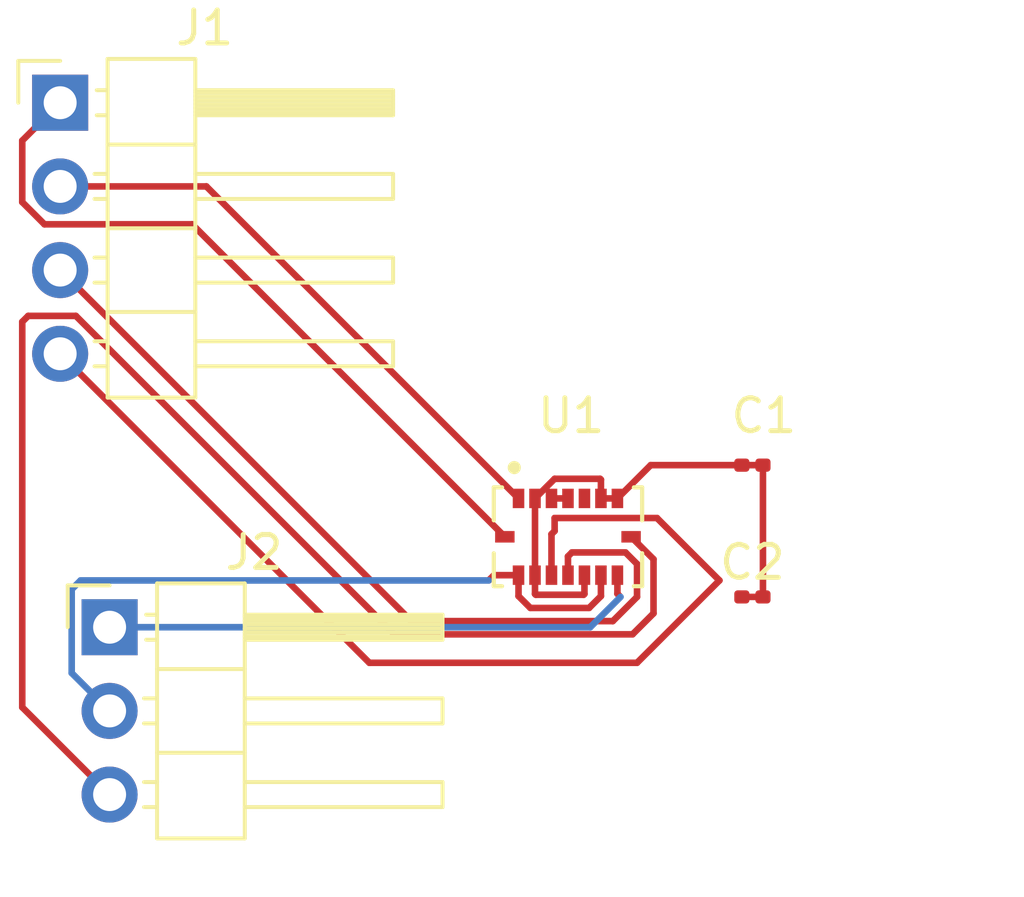
<source format=kicad_pcb>
(kicad_pcb (version 20240225) (generator "pcbnew") (generator_version "8.99")
  (layers (0 "F.Cu" signal) (31 "B.Cu" signal) (34 "B.Paste" user) (35 "F.Paste" user) (36 "B.SilkS" user "B.Silkscreen") (37 "F.SilkS" user "F.Silkscreen") (38 "B.Mask" user) (39 "F.Mask" user) (44 "Edge.Cuts" user))
  (net 0 "")
  (net 1 "3.3 V")
  (net 3 "Net-(J1-Pin_2)")
  (net 4 "Net-(J1-Pin_4)")
  (net 5 "Net-(J1-Pin_3)")
  (net 6 "Net-(J1-Pin_1)")
  (net 7 "Net-(J2-Pin_2)")
  (net 8 "Net-(J2-Pin_1)")
  (net 9 "Net-(J2-Pin_3)")
  (footprint "Capacitor_SMD:C_0201_0603Metric" (layer "F.Cu") (at 127.5 78.5)
    (property "Reference" "C1" (at 0.345 -1.5 0) (layer "F.SilkS"))
    (property "Value" "100 nF")
    (pad "1" smd roundrect (at -0.32 0) (size 0.46 0.4) (layers "F.Cu" "F.Mask") (net 1 "3.3 V"))
    (pad "2" smd roundrect (at 0.32 0) (size 0.46 0.4) (layers "F.Cu" "F.Mask") (net 1 "3.3 V"))
  )
  (footprint "BMI088 (1) 2:PQFN50P450X300X100-16N" (layer "F.Cu") (at 121.905 80.675)
    (property "Reference" "U1" (at 0.095 -3.675 0) (layer "F.SilkS"))
    (property "Value" "BMI088")
    (fp_line (start -2.25 -1.5) (end -2 -1.5) (stroke (width 0.127)) (layer "F.SilkS"))
    (fp_line (start -2.25 -0.5) (end -2.25 -1.5) (stroke (width 0.127)) (layer "F.SilkS"))
    (fp_line (start -2.25 1.5) (end -2.25 0.5) (stroke (width 0.127)) (layer "F.SilkS"))
    (fp_line (start -2 1.5) (end -2.25 1.5) (stroke (width 0.127)) (layer "F.SilkS"))
    (fp_line (start 2.25 -1.5) (end 2 -1.5) (stroke (width 0.127)) (layer "F.SilkS"))
    (fp_line (start 2.25 -0.5) (end 2.25 -1.5) (stroke (width 0.127)) (layer "F.SilkS"))
    (fp_line (start 2.25 0.5) (end 2.25 1.5) (stroke (width 0.127)) (layer "F.SilkS"))
    (fp_line (start 2.25 1.5) (end 2 1.5) (stroke (width 0.127)) (layer "F.SilkS"))
    (fp_circle (center -1.629 -2.1) (end -1.529 -2.1) (stroke (width 0.2)) (fill none) (layer "F.SilkS"))
    (pad "1" smd rect (at -1.5 -1.165 270) (size 0.59 0.35) (layers "F.Cu" "F.Paste" "F.Mask") (net 3 "Net-(J1-Pin_2)"))
    (pad "2" smd rect (at -1 -1.165 270) (size 0.59 0.35) (layers "F.Cu" "F.Paste" "F.Mask") (net 1 "3.3 V"))
    (pad "3" smd rect (at -0.5 -1.165 270) (size 0.59 0.35) (layers "F.Cu" "F.Paste" "F.Mask") (net 1 "3.3 V"))
    (pad "4" smd rect (at 0 -1.165 270) (size 0.59 0.35) (layers "F.Cu" "F.Paste" "F.Mask") (net 1 "3.3 V"))
    (pad "5" smd rect (at 0.5 -1.165 270) (size 0.59 0.35) (layers "F.Cu" "F.Paste" "F.Mask"))
    (pad "6" smd rect (at 1 -1.165 270) (size 0.59 0.35) (layers "F.Cu" "F.Paste" "F.Mask") (net 1 "3.3 V"))
    (pad "7" smd rect (at 1.5 -1.165 270) (size 0.59 0.35) (layers "F.Cu" "F.Paste" "F.Mask") (net 1 "3.3 V"))
    (pad "8" smd rect (at 1.915 0 180) (size 0.59 0.35) (layers "F.Cu" "F.Paste" "F.Mask") (net 9 "Net-(J2-Pin_3)"))
    (pad "9" smd rect (at 1.5 1.165 90) (size 0.59 0.35) (layers "F.Cu" "F.Paste" "F.Mask") (net 8 "Net-(J2-Pin_1)"))
    (pad "10" smd rect (at 1 1.165 90) (size 0.59 0.35) (layers "F.Cu" "F.Paste" "F.Mask") (net 7 "Net-(J2-Pin_2)"))
    (pad "11" smd rect (at 0.5 1.165 90) (size 0.59 0.35) (layers "F.Cu" "F.Paste" "F.Mask") (net 1 "3.3 V"))
    (pad "12" smd rect (at 0 1.165 90) (size 0.59 0.35) (layers "F.Cu" "F.Paste" "F.Mask") (net 5 "Net-(J1-Pin_3)"))
    (pad "13" smd rect (at -0.5 1.165 90) (size 0.59 0.35) (layers "F.Cu" "F.Paste" "F.Mask") (net 4 "Net-(J1-Pin_4)"))
    (pad "14" smd rect (at -1 1.165 90) (size 0.59 0.35) (layers "F.Cu" "F.Paste" "F.Mask") (net 1 "3.3 V"))
    (pad "15" smd rect (at -1.5 1.165 90) (size 0.59 0.35) (layers "F.Cu" "F.Paste" "F.Mask") (net 7 "Net-(J2-Pin_2)"))
    (pad "16" smd rect (at -1.915 0) (size 0.59 0.35) (layers "F.Cu" "F.Paste" "F.Mask") (net 6 "Net-(J1-Pin_1)"))
  )
  (footprint "Capacitor_SMD:C_0201_0603Metric" (layer "F.Cu") (at 127.5 82.5)
    (property "Reference" "C2" (at 0 -1.05 0) (layer "F.SilkS"))
    (property "Value" "100 nF")
    (pad "1" smd roundrect (at -0.32 0) (size 0.46 0.4) (layers "F.Cu" "F.Mask") (net 1 "3.3 V"))
    (pad "2" smd roundrect (at 0.32 0) (size 0.46 0.4) (layers "F.Cu" "F.Mask") (net 1 "3.3 V"))
  )
  (footprint "Connector_PinHeader_2.54mm:PinHeader_1x04_P2.54mm_Horizontal" (layer "F.Cu") (at 106.5 67.5)
    (property "Reference" "J1" (at 4.385 -2.27 0) (layer "F.SilkS"))
    (property "Value" "Conn_01x04")
    (fp_line (start -1.27 -1.27) (end 0 -1.27) (stroke (width 0.12)) (layer "F.SilkS"))
    (fp_line (start -1.27 0) (end -1.27 -1.27) (stroke (width 0.12)) (layer "F.SilkS"))
    (fp_line (start 1.042929 2.16) (end 1.44 2.16) (stroke (width 0.12)) (layer "F.SilkS"))
    (fp_line (start 1.042929 2.92) (end 1.44 2.92) (stroke (width 0.12)) (layer "F.SilkS"))
    (fp_line (start 1.042929 4.7) (end 1.44 4.7) (stroke (width 0.12)) (layer "F.SilkS"))
    (fp_line (start 1.042929 5.46) (end 1.44 5.46) (stroke (width 0.12)) (layer "F.SilkS"))
    (fp_line (start 1.042929 7.24) (end 1.44 7.24) (stroke (width 0.12)) (layer "F.SilkS"))
    (fp_line (start 1.042929 8) (end 1.44 8) (stroke (width 0.12)) (layer "F.SilkS"))
    (fp_line (start 1.11 -0.38) (end 1.44 -0.38) (stroke (width 0.12)) (layer "F.SilkS"))
    (fp_line (start 1.11 0.38) (end 1.44 0.38) (stroke (width 0.12)) (layer "F.SilkS"))
    (fp_line (start 1.44 -1.33) (end 1.44 8.95) (stroke (width 0.12)) (layer "F.SilkS"))
    (fp_line (start 1.44 1.27) (end 4.1 1.27) (stroke (width 0.12)) (layer "F.SilkS"))
    (fp_line (start 1.44 3.81) (end 4.1 3.81) (stroke (width 0.12)) (layer "F.SilkS"))
    (fp_line (start 1.44 6.35) (end 4.1 6.35) (stroke (width 0.12)) (layer "F.SilkS"))
    (fp_line (start 1.44 8.95) (end 4.1 8.95) (stroke (width 0.12)) (layer "F.SilkS"))
    (fp_line (start 4.1 -1.33) (end 1.44 -1.33) (stroke (width 0.12)) (layer "F.SilkS"))
    (fp_line (start 4.1 -0.38) (end 10.1 -0.38) (stroke (width 0.12)) (layer "F.SilkS"))
    (fp_line (start 4.1 -0.32) (end 10.1 -0.32) (stroke (width 0.12)) (layer "F.SilkS"))
    (fp_line (start 4.1 -0.2) (end 10.1 -0.2) (stroke (width 0.12)) (layer "F.SilkS"))
    (fp_line (start 4.1 -0.08) (end 10.1 -0.08) (stroke (width 0.12)) (layer "F.SilkS"))
    (fp_line (start 4.1 0.04) (end 10.1 0.04) (stroke (width 0.12)) (layer "F.SilkS"))
    (fp_line (start 4.1 0.16) (end 10.1 0.16) (stroke (width 0.12)) (layer "F.SilkS"))
    (fp_line (start 4.1 0.28) (end 10.1 0.28) (stroke (width 0.12)) (layer "F.SilkS"))
    (fp_line (start 4.1 2.16) (end 10.1 2.16) (stroke (width 0.12)) (layer "F.SilkS"))
    (fp_line (start 4.1 4.7) (end 10.1 4.7) (stroke (width 0.12)) (layer "F.SilkS"))
    (fp_line (start 4.1 7.24) (end 10.1 7.24) (stroke (width 0.12)) (layer "F.SilkS"))
    (fp_line (start 4.1 8.95) (end 4.1 -1.33) (stroke (width 0.12)) (layer "F.SilkS"))
    (fp_line (start 10.1 -0.38) (end 10.1 0.38) (stroke (width 0.12)) (layer "F.SilkS"))
    (fp_line (start 10.1 0.38) (end 4.1 0.38) (stroke (width 0.12)) (layer "F.SilkS"))
    (fp_line (start 10.1 2.16) (end 10.1 2.92) (stroke (width 0.12)) (layer "F.SilkS"))
    (fp_line (start 10.1 2.92) (end 4.1 2.92) (stroke (width 0.12)) (layer "F.SilkS"))
    (fp_line (start 10.1 4.7) (end 10.1 5.46) (stroke (width 0.12)) (layer "F.SilkS"))
    (fp_line (start 10.1 5.46) (end 4.1 5.46) (stroke (width 0.12)) (layer "F.SilkS"))
    (fp_line (start 10.1 7.24) (end 10.1 8) (stroke (width 0.12)) (layer "F.SilkS"))
    (fp_line (start 10.1 8) (end 4.1 8) (stroke (width 0.12)) (layer "F.SilkS"))
    (pad "1" thru_hole rect (at 0 0) (size 1.7 1.7) (drill 1) (layers "*.Cu" "*.Mask") (net 6 "Net-(J1-Pin_1)"))
    (pad "2" thru_hole oval (at 0 2.54) (size 1.7 1.7) (drill 1) (layers "*.Cu" "*.Mask") (net 3 "Net-(J1-Pin_2)"))
    (pad "3" thru_hole oval (at 0 5.08) (size 1.7 1.7) (drill 1) (layers "*.Cu" "*.Mask") (net 5 "Net-(J1-Pin_3)"))
    (pad "4" thru_hole oval (at 0 7.62) (size 1.7 1.7) (drill 1) (layers "*.Cu" "*.Mask") (net 4 "Net-(J1-Pin_4)"))
  )
  (footprint "Connector_PinHeader_2.54mm:PinHeader_1x03_P2.54mm_Horizontal" (layer "F.Cu") (at 108 83.42)
    (property "Reference" "J2" (at 4.385 -2.27 0) (layer "F.SilkS"))
    (property "Value" "Conn_01x03_Pin")
    (fp_line (start -1.27 -1.27) (end 0 -1.27) (stroke (width 0.12)) (layer "F.SilkS"))
    (fp_line (start -1.27 0) (end -1.27 -1.27) (stroke (width 0.12)) (layer "F.SilkS"))
    (fp_line (start 1.042929 2.16) (end 1.44 2.16) (stroke (width 0.12)) (layer "F.SilkS"))
    (fp_line (start 1.042929 2.92) (end 1.44 2.92) (stroke (width 0.12)) (layer "F.SilkS"))
    (fp_line (start 1.042929 4.7) (end 1.44 4.7) (stroke (width 0.12)) (layer "F.SilkS"))
    (fp_line (start 1.042929 5.46) (end 1.44 5.46) (stroke (width 0.12)) (layer "F.SilkS"))
    (fp_line (start 1.11 -0.38) (end 1.44 -0.38) (stroke (width 0.12)) (layer "F.SilkS"))
    (fp_line (start 1.11 0.38) (end 1.44 0.38) (stroke (width 0.12)) (layer "F.SilkS"))
    (fp_line (start 1.44 -1.33) (end 1.44 6.41) (stroke (width 0.12)) (layer "F.SilkS"))
    (fp_line (start 1.44 1.27) (end 4.1 1.27) (stroke (width 0.12)) (layer "F.SilkS"))
    (fp_line (start 1.44 3.81) (end 4.1 3.81) (stroke (width 0.12)) (layer "F.SilkS"))
    (fp_line (start 1.44 6.41) (end 4.1 6.41) (stroke (width 0.12)) (layer "F.SilkS"))
    (fp_line (start 4.1 -1.33) (end 1.44 -1.33) (stroke (width 0.12)) (layer "F.SilkS"))
    (fp_line (start 4.1 -0.38) (end 10.1 -0.38) (stroke (width 0.12)) (layer "F.SilkS"))
    (fp_line (start 4.1 -0.32) (end 10.1 -0.32) (stroke (width 0.12)) (layer "F.SilkS"))
    (fp_line (start 4.1 -0.2) (end 10.1 -0.2) (stroke (width 0.12)) (layer "F.SilkS"))
    (fp_line (start 4.1 -0.08) (end 10.1 -0.08) (stroke (width 0.12)) (layer "F.SilkS"))
    (fp_line (start 4.1 0.04) (end 10.1 0.04) (stroke (width 0.12)) (layer "F.SilkS"))
    (fp_line (start 4.1 0.16) (end 10.1 0.16) (stroke (width 0.12)) (layer "F.SilkS"))
    (fp_line (start 4.1 0.28) (end 10.1 0.28) (stroke (width 0.12)) (layer "F.SilkS"))
    (fp_line (start 4.1 2.16) (end 10.1 2.16) (stroke (width 0.12)) (layer "F.SilkS"))
    (fp_line (start 4.1 4.7) (end 10.1 4.7) (stroke (width 0.12)) (layer "F.SilkS"))
    (fp_line (start 4.1 6.41) (end 4.1 -1.33) (stroke (width 0.12)) (layer "F.SilkS"))
    (fp_line (start 10.1 -0.38) (end 10.1 0.38) (stroke (width 0.12)) (layer "F.SilkS"))
    (fp_line (start 10.1 0.38) (end 4.1 0.38) (stroke (width 0.12)) (layer "F.SilkS"))
    (fp_line (start 10.1 2.16) (end 10.1 2.92) (stroke (width 0.12)) (layer "F.SilkS"))
    (fp_line (start 10.1 2.92) (end 4.1 2.92) (stroke (width 0.12)) (layer "F.SilkS"))
    (fp_line (start 10.1 4.7) (end 10.1 5.46) (stroke (width 0.12)) (layer "F.SilkS"))
    (fp_line (start 10.1 5.46) (end 4.1 5.46) (stroke (width 0.12)) (layer "F.SilkS"))
    (pad "1" thru_hole rect (at 0 0) (size 1.7 1.7) (drill 1) (layers "*.Cu" "*.Mask") (net 8 "Net-(J2-Pin_1)"))
    (pad "2" thru_hole oval (at 0 2.54) (size 1.7 1.7) (drill 1) (layers "*.Cu" "*.Mask") (net 7 "Net-(J2-Pin_2)"))
    (pad "3" thru_hole oval (at 0 5.08) (size 1.7 1.7) (drill 1) (layers "*.Cu" "*.Mask") (net 9 "Net-(J2-Pin_3)"))
  )
  (segment (start 120.905 81.84) (end 120.905 82.41) (width 0.2) (layer "F.Cu") (net 1))
  (segment (start 121.405 79.51) (end 121.905 79.51) (width 0.2) (layer "F.Cu") (net 1))
  (segment (start 127.82 78.5) (end 127.18 78.5) (width 0.2) (layer "F.Cu") (net 1))
  (segment (start 122.88 78.915) (end 122.905 78.94) (width 0.2) (layer "F.Cu") (net 1))
  (segment (start 122.405 82.41) (end 122.405 81.84) (width 0.2) (layer "F.Cu") (net 1))
  (segment (start 123.405 79.51) (end 122.905 79.51) (width 0.2) (layer "F.Cu") (net 1))
  (segment (start 127.82 78.5) (end 127.82 82.5) (width 0.2) (layer "F.Cu") (net 1))
  (segment (start 127.18 78.5) (end 124.415 78.5) (width 0.2) (layer "F.Cu") (net 1))
  (segment (start 122.905 78.94) (end 122.905 79.51) (width 0.2) (layer "F.Cu") (net 1))
  (segment (start 124.415 78.5) (end 123.405 79.51) (width 0.2) (layer "F.Cu") (net 1))
  (segment (start 120.905 82.41) (end 120.93 82.435) (width 0.2) (layer "F.Cu") (net 1))
  (segment (start 120.905 79.51) (end 120.905 81.84) (width 0.2) (layer "F.Cu") (net 1))
  (segment (start 127.82 82.5) (end 127.18 82.5) (width 0.2) (layer "F.Cu") (net 1))
  (segment (start 121.5 78.915) (end 122.88 78.915) (width 0.2) (layer "F.Cu") (net 1))
  (segment (start 120.905 79.51) (end 121.5 78.915) (width 0.2) (layer "F.Cu") (net 1))
  (segment (start 122.38 82.435) (end 122.405 82.41) (width 0.2) (layer "F.Cu") (net 1))
  (segment (start 120.93 82.435) (end 122.38 82.435) (width 0.2) (layer "F.Cu") (net 1))
  (segment (start 110.935 70.04) (end 120.405 79.51) (width 0.2) (layer "F.Cu") (net 3))
  (segment (start 106.5 70.04) (end 110.935 70.04) (width 0.2) (layer "F.Cu") (net 3))
  (segment (start 121.5 80.105) (end 121.5 80.5) (width 0.2) (layer "F.Cu") (net 4))
  (segment (start 121.5 80.5) (end 121.405 80.595) (width 0.2) (layer "F.Cu") (net 4))
  (segment (start 124.605 80.105) (end 121.5 80.105) (width 0.2) (layer "F.Cu") (net 4))
  (segment (start 126.5 82) (end 124.605 80.105) (width 0.2) (layer "F.Cu") (net 4))
  (segment (start 106.5 75.12) (end 115.88 84.5) (width 0.2) (layer "F.Cu") (net 4))
  (segment (start 124 84.5) (end 126.5 82) (width 0.2) (layer "F.Cu") (net 4))
  (segment (start 121.405 80.595) (end 121.405 81.84) (width 0.2) (layer "F.Cu") (net 4))
  (segment (start 115.88 84.5) (end 124 84.5) (width 0.2) (layer "F.Cu") (net 4))
  (segment (start 106.5 72.58) (end 117.155 83.235) (width 0.2) (layer "F.Cu") (net 5))
  (segment (start 122.025 81.15) (end 121.905 81.27) (width 0.2) (layer "F.Cu") (net 5))
  (segment (start 123.65 81.15) (end 122.025 81.15) (width 0.2) (layer "F.Cu") (net 5))
  (segment (start 124 81.5) (end 123.65 81.15) (width 0.2) (layer "F.Cu") (net 5))
  (segment (start 124 82.5) (end 124 81.5) (width 0.2) (layer "F.Cu") (net 5))
  (segment (start 121.905 81.27) (end 121.905 81.84) (width 0.2) (layer "F.Cu") (net 5))
  (segment (start 123.265 83.235) (end 124 82.5) (width 0.2) (layer "F.Cu") (net 5))
  (segment (start 117.155 83.235) (end 123.265 83.235) (width 0.2) (layer "F.Cu") (net 5))
  (segment (start 106.5 67.5) (end 105.35 68.65) (width 0.2) (layer "F.Cu") (net 6))
  (segment (start 110.505 71.19) (end 119.99 80.675) (width 0.2) (layer "F.Cu") (net 6))
  (segment (start 106.023654 71.19) (end 110.505 71.19) (width 0.2) (layer "F.Cu") (net 6))
  (segment (start 105.35 68.65) (end 105.35 70.516346) (width 0.2) (layer "F.Cu") (net 6))
  (segment (start 105.35 70.516346) (end 106.023654 71.19) (width 0.2) (layer "F.Cu") (net 6))
  (segment (start 122.905 82.475686) (end 122.905 81.84) (width 0.2) (layer "F.Cu") (net 7))
  (segment (start 120.405 82.475686) (end 120.764314 82.835) (width 0.2) (layer "F.Cu") (net 7))
  (segment (start 119.66 81.84) (end 119.5 82) (width 0.2) (layer "F.Cu") (net 7))
  (segment (start 120.405 81.84) (end 119.66 81.84) (width 0.2) (layer "F.Cu") (net 7))
  (segment (start 120.405 81.84) (end 120.405 82.475686) (width 0.2) (layer "F.Cu") (net 7))
  (segment (start 122.545686 82.835) (end 122.905 82.475686) (width 0.2) (layer "F.Cu") (net 7))
  (segment (start 120.764314 82.835) (end 122.545686 82.835) (width 0.2) (layer "F.Cu") (net 7))
  (segment (start 106.85 82.27) (end 107.12 82) (width 0.2) (layer "B.Cu") (net 7))
  (segment (start 106.85 84.81) (end 106.85 82.27) (width 0.2) (layer "B.Cu") (net 7))
  (segment (start 107.12 82) (end 119.5 82) (width 0.2) (layer "B.Cu") (net 7))
  (segment (start 108 85.96) (end 106.85 84.81) (width 0.2) (layer "B.Cu") (net 7))
  (segment (start 123.405 82.405) (end 123.467157 82.467157) (width 0.2) (layer "F.Cu") (net 8))
  (segment (start 123.405 81.84) (end 123.405 82.405) (width 0.2) (layer "F.Cu") (net 8))
  (segment (start 108 83.42) (end 122.58 83.42) (width 0.2) (layer "B.Cu") (net 8))
  (segment (start 122.58 83.42) (end 123.5 82.5) (width 0.2) (layer "B.Cu") (net 8))
  (segment (start 105.53 73.97) (end 105.35 74.15) (width 0.2) (layer "F.Cu") (net 9))
  (segment (start 105.35 85.85) (end 108 88.5) (width 0.2) (layer "F.Cu") (net 9))
  (segment (start 123.865 83.635) (end 116.641346 83.635) (width 0.2) (layer "F.Cu") (net 9))
  (segment (start 124.5 83) (end 123.865 83.635) (width 0.2) (layer "F.Cu") (net 9))
  (segment (start 106.976346 73.97) (end 105.53 73.97) (width 0.2) (layer "F.Cu") (net 9))
  (segment (start 124.5 81.355) (end 124.5 83) (width 0.2) (layer "F.Cu") (net 9))
  (segment (start 105.35 74.15) (end 105.35 85.85) (width 0.2) (layer "F.Cu") (net 9))
  (segment (start 123.82 80.675) (end 124.5 81.355) (width 0.2) (layer "F.Cu") (net 9))
  (segment (start 116.641346 83.635) (end 106.976346 73.97) (width 0.2) (layer "F.Cu") (net 9))
)
</source>
